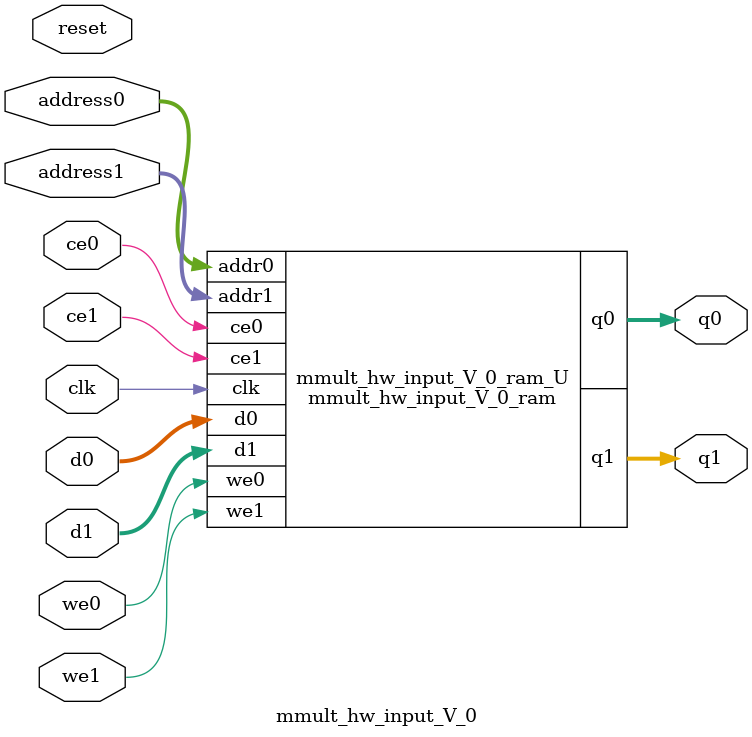
<source format=v>
`timescale 1 ns / 1 ps
module mmult_hw_input_V_0_ram (addr0, ce0, d0, we0, q0, addr1, ce1, d1, we1, q1,  clk);

parameter DWIDTH = 4;
parameter AWIDTH = 14;
parameter MEM_SIZE = 16384;

input[AWIDTH-1:0] addr0;
input ce0;
input[DWIDTH-1:0] d0;
input we0;
output reg[DWIDTH-1:0] q0;
input[AWIDTH-1:0] addr1;
input ce1;
input[DWIDTH-1:0] d1;
input we1;
output reg[DWIDTH-1:0] q1;
input clk;

(* ram_style = "block" *)reg [DWIDTH-1:0] ram[0:MEM_SIZE-1];




always @(posedge clk)  
begin 
    if (ce0) begin
        if (we0) 
            ram[addr0] <= d0; 
        q0 <= ram[addr0];
    end
end


always @(posedge clk)  
begin 
    if (ce1) begin
        if (we1) 
            ram[addr1] <= d1; 
        q1 <= ram[addr1];
    end
end


endmodule

`timescale 1 ns / 1 ps
module mmult_hw_input_V_0(
    reset,
    clk,
    address0,
    ce0,
    we0,
    d0,
    q0,
    address1,
    ce1,
    we1,
    d1,
    q1);

parameter DataWidth = 32'd4;
parameter AddressRange = 32'd16384;
parameter AddressWidth = 32'd14;
input reset;
input clk;
input[AddressWidth - 1:0] address0;
input ce0;
input we0;
input[DataWidth - 1:0] d0;
output[DataWidth - 1:0] q0;
input[AddressWidth - 1:0] address1;
input ce1;
input we1;
input[DataWidth - 1:0] d1;
output[DataWidth - 1:0] q1;



mmult_hw_input_V_0_ram mmult_hw_input_V_0_ram_U(
    .clk( clk ),
    .addr0( address0 ),
    .ce0( ce0 ),
    .we0( we0 ),
    .d0( d0 ),
    .q0( q0 ),
    .addr1( address1 ),
    .ce1( ce1 ),
    .we1( we1 ),
    .d1( d1 ),
    .q1( q1 ));

endmodule


</source>
